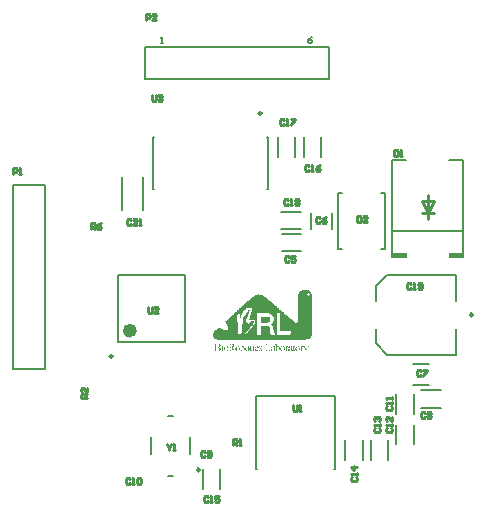
<source format=gto>
G04*
G04 #@! TF.GenerationSoftware,Altium Limited,Altium Designer,22.10.1 (41)*
G04*
G04 Layer_Color=65535*
%FSLAX42Y42*%
%MOMM*%
G71*
G04*
G04 #@! TF.SameCoordinates,D2B3F530-26F6-4905-BC13-EF821CD2D141*
G04*
G04*
G04 #@! TF.FilePolarity,Positive*
G04*
G01*
G75*
%ADD10C,0.60*%
%ADD11C,0.25*%
%ADD12C,0.20*%
%ADD13C,0.15*%
%ADD14C,0.25*%
G36*
X11435Y7832D02*
X11302D01*
Y7878D01*
X11435D01*
Y7832D01*
D02*
G37*
G36*
X10948D02*
X10815D01*
Y7878D01*
X10948D01*
Y7832D01*
D02*
G37*
G36*
X10116Y7554D02*
X10127D01*
Y7548D01*
X10133D01*
Y7542D01*
X10139D01*
Y7531D01*
X10145D01*
Y7174D01*
X10139D01*
Y7162D01*
X10133D01*
Y7156D01*
X10127D01*
Y7150D01*
X10116D01*
Y7145D01*
X10098D01*
Y7139D01*
X9343D01*
Y7145D01*
X9331D01*
Y7150D01*
X9320D01*
Y7156D01*
X9314D01*
Y7168D01*
X9308D01*
Y7197D01*
X9314D01*
Y7209D01*
X9320D01*
Y7215D01*
X9326D01*
Y7221D01*
X9331D01*
Y7226D01*
X9343D01*
Y7232D01*
X9349D01*
Y7238D01*
X9355D01*
Y7244D01*
X9366D01*
Y7238D01*
X9378D01*
Y7232D01*
X9390D01*
Y7226D01*
X9407D01*
Y7221D01*
X9437D01*
Y7226D01*
X9431D01*
Y7256D01*
X9425D01*
Y7273D01*
X9419D01*
Y7291D01*
X9413D01*
Y7297D01*
X9419D01*
Y7303D01*
X9425D01*
Y7308D01*
X9431D01*
Y7314D01*
X9437D01*
Y7320D01*
X9443D01*
Y7326D01*
X9448D01*
Y7332D01*
X9454D01*
Y7338D01*
X9460D01*
Y7344D01*
X9466D01*
Y7349D01*
X9478D01*
Y7355D01*
X9484D01*
Y7361D01*
X9489D01*
Y7367D01*
X9495D01*
Y7373D01*
X9501D01*
Y7379D01*
X9507D01*
Y7384D01*
X9513D01*
Y7390D01*
X9519D01*
Y7396D01*
X9525D01*
Y7402D01*
X9530D01*
Y7408D01*
X9536D01*
Y7414D01*
X9548D01*
Y7420D01*
X9554D01*
Y7425D01*
X9560D01*
Y7431D01*
X9565D01*
Y7437D01*
X9571D01*
Y7443D01*
X9577D01*
Y7449D01*
X9583D01*
Y7455D01*
X9589D01*
Y7461D01*
X9595D01*
Y7466D01*
X9601D01*
Y7472D01*
X9612D01*
Y7478D01*
X9618D01*
Y7484D01*
X9624D01*
Y7490D01*
X9630D01*
Y7496D01*
X9636D01*
Y7502D01*
X9642D01*
Y7507D01*
X9653D01*
Y7513D01*
X9665D01*
Y7519D01*
X9688D01*
Y7525D01*
X9700D01*
Y7519D01*
X9729D01*
Y7513D01*
X9741D01*
Y7507D01*
X9753D01*
Y7502D01*
X9759D01*
Y7496D01*
X9764D01*
Y7490D01*
X9770D01*
Y7484D01*
X9776D01*
Y7478D01*
X9782D01*
Y7472D01*
X9794D01*
Y7466D01*
X9800D01*
Y7461D01*
X9805D01*
Y7455D01*
X9811D01*
Y7449D01*
X9817D01*
Y7443D01*
X9823D01*
Y7437D01*
X9829D01*
Y7431D01*
X9841D01*
Y7425D01*
X9846D01*
Y7420D01*
X9852D01*
Y7414D01*
X9858D01*
Y7408D01*
X9864D01*
Y7402D01*
X9870D01*
Y7396D01*
X9876D01*
Y7390D01*
X9887D01*
Y7384D01*
X9893D01*
Y7379D01*
X9899D01*
Y7373D01*
X9905D01*
Y7367D01*
X9911D01*
Y7361D01*
X9917D01*
Y7355D01*
X9922D01*
Y7349D01*
X9934D01*
Y7344D01*
X9940D01*
Y7338D01*
X9946D01*
Y7332D01*
X9952D01*
Y7326D01*
X9958D01*
Y7320D01*
X9963D01*
Y7314D01*
X9975D01*
Y7308D01*
X9981D01*
Y7303D01*
X9987D01*
Y7297D01*
X9993D01*
Y7291D01*
X9999D01*
Y7285D01*
X10022D01*
Y7291D01*
X10028D01*
Y7525D01*
X10034D01*
Y7537D01*
X10039D01*
Y7548D01*
X10045D01*
Y7554D01*
X10057D01*
Y7560D01*
X10116D01*
Y7554D01*
D02*
G37*
G36*
X9653Y7104D02*
X9647D01*
Y7109D01*
X9653D01*
Y7104D01*
D02*
G37*
G36*
X9390D02*
X9384D01*
Y7109D01*
X9390D01*
Y7104D01*
D02*
G37*
G36*
X10116Y7080D02*
X10110D01*
Y7086D01*
X10116D01*
Y7080D01*
D02*
G37*
G36*
X9958Y7074D02*
X9946D01*
Y7080D01*
X9934D01*
Y7074D01*
Y7068D01*
Y7045D01*
X9922D01*
Y7086D01*
X9946D01*
Y7080D01*
X9952D01*
Y7086D01*
X9958D01*
Y7074D01*
D02*
G37*
G36*
X9893Y7080D02*
X9887D01*
Y7086D01*
X9893D01*
Y7080D01*
D02*
G37*
G36*
X9811D02*
X9805D01*
Y7086D01*
X9811D01*
Y7080D01*
D02*
G37*
G36*
X9723D02*
X9718D01*
Y7086D01*
X9723D01*
Y7080D01*
D02*
G37*
G36*
X9706D02*
X9700D01*
Y7086D01*
X9706D01*
Y7080D01*
D02*
G37*
G36*
X9513D02*
X9507D01*
Y7086D01*
X9513D01*
Y7080D01*
D02*
G37*
G36*
X9413D02*
X9407D01*
Y7086D01*
X9413D01*
Y7080D01*
D02*
G37*
G36*
X9366Y7098D02*
X9372D01*
Y7086D01*
X9366D01*
Y7080D01*
X9361D01*
Y7086D01*
Y7092D01*
Y7098D01*
X9355D01*
Y7104D01*
X9366D01*
Y7098D01*
D02*
G37*
G36*
X9805Y7074D02*
X9800D01*
Y7080D01*
X9805D01*
Y7074D01*
D02*
G37*
G36*
X9688Y7080D02*
X9694D01*
Y7074D01*
X9683D01*
Y7086D01*
X9688D01*
Y7080D01*
D02*
G37*
G36*
X9671Y7074D02*
X9665D01*
Y7080D01*
X9671D01*
Y7074D01*
D02*
G37*
G36*
X10110Y7068D02*
X10104D01*
Y7074D01*
X10110D01*
Y7068D01*
D02*
G37*
G36*
X9811Y7063D02*
X9805D01*
Y7068D01*
X9811D01*
Y7063D01*
D02*
G37*
G36*
X10039Y7080D02*
Y7074D01*
X10045D01*
Y7057D01*
X10039D01*
Y7068D01*
X10034D01*
Y7080D01*
X10028D01*
Y7086D01*
X10039D01*
Y7080D01*
D02*
G37*
G36*
X9530D02*
Y7074D01*
X9536D01*
Y7057D01*
X9530D01*
Y7068D01*
X9525D01*
Y7080D01*
X9519D01*
Y7086D01*
X9530D01*
Y7080D01*
D02*
G37*
G36*
X9911D02*
X9917D01*
Y7068D01*
Y7063D01*
Y7051D01*
X9911D01*
Y7074D01*
X9905D01*
Y7080D01*
X9899D01*
Y7086D01*
X9911D01*
Y7080D01*
D02*
G37*
G36*
X9870Y7051D02*
X9864D01*
Y7057D01*
X9870D01*
Y7051D01*
D02*
G37*
G36*
X9571D02*
X9565D01*
Y7057D01*
X9571D01*
Y7051D01*
D02*
G37*
G36*
X9431Y7080D02*
X9437D01*
Y7057D01*
Y7051D01*
X9431D01*
Y7074D01*
X9425D01*
Y7086D01*
X9431D01*
Y7080D01*
D02*
G37*
G36*
X10086Y7074D02*
X10092D01*
Y7063D01*
X10104D01*
Y7057D01*
X10098D01*
Y7045D01*
X10092D01*
Y7057D01*
X10086D01*
Y7068D01*
X10080D01*
Y7080D01*
X10063D01*
Y7086D01*
X10086D01*
Y7074D01*
D02*
G37*
G36*
X10057Y7080D02*
X10063D01*
Y7074D01*
X10057D01*
Y7051D01*
X10063D01*
Y7045D01*
X10051D01*
Y7086D01*
X10057D01*
Y7080D01*
D02*
G37*
G36*
X10039Y7051D02*
Y7045D01*
X10034D01*
Y7057D01*
X10039D01*
Y7051D01*
D02*
G37*
G36*
X10016Y7068D02*
X10010D01*
Y7063D01*
X10016D01*
Y7051D01*
X10022D01*
Y7045D01*
X10010D01*
Y7051D01*
X10004D01*
Y7074D01*
X10010D01*
Y7080D01*
X10016D01*
Y7068D01*
D02*
G37*
G36*
X9999Y7086D02*
Y7080D01*
X9993D01*
Y7051D01*
X9999D01*
Y7045D01*
X9987D01*
Y7092D01*
X9999D01*
Y7086D01*
D02*
G37*
G36*
X9975Y7051D02*
X9981D01*
Y7045D01*
X9969D01*
Y7086D01*
X9975D01*
Y7051D01*
D02*
G37*
G36*
X9958Y7057D02*
X9952D01*
Y7051D01*
X9963D01*
Y7045D01*
X9946D01*
Y7063D01*
X9958D01*
Y7057D01*
D02*
G37*
G36*
X9911Y7045D02*
X9905D01*
Y7051D01*
X9911D01*
Y7045D01*
D02*
G37*
G36*
X9870Y7080D02*
X9876D01*
Y7074D01*
X9881D01*
Y7080D01*
X9887D01*
Y7051D01*
X9893D01*
Y7045D01*
X9887D01*
Y7051D01*
X9881D01*
Y7057D01*
X9870D01*
Y7068D01*
X9864D01*
Y7080D01*
X9852D01*
Y7086D01*
X9870D01*
Y7080D01*
D02*
G37*
G36*
X9846Y7051D02*
X9852D01*
Y7045D01*
X9841D01*
Y7092D01*
Y7098D01*
X9835D01*
Y7109D01*
X9846D01*
Y7051D01*
D02*
G37*
G36*
X9829D02*
X9835D01*
Y7045D01*
X9823D01*
Y7051D01*
Y7057D01*
Y7068D01*
X9817D01*
Y7074D01*
X9823D01*
Y7080D01*
X9817D01*
Y7086D01*
X9829D01*
Y7051D01*
D02*
G37*
G36*
X9805D02*
X9811D01*
Y7045D01*
X9800D01*
Y7051D01*
X9794D01*
Y7057D01*
X9800D01*
Y7063D01*
X9805D01*
Y7051D01*
D02*
G37*
G36*
X9794Y7045D02*
X9782D01*
Y7051D01*
X9794D01*
Y7045D01*
D02*
G37*
G36*
X9764Y7098D02*
X9759D01*
Y7063D01*
Y7057D01*
Y7051D01*
X9764D01*
Y7045D01*
X9753D01*
Y7104D01*
X9764D01*
Y7098D01*
D02*
G37*
G36*
X9706Y7068D02*
X9718D01*
Y7063D01*
X9723D01*
Y7045D01*
X9718D01*
Y7057D01*
X9712D01*
Y7063D01*
X9706D01*
Y7068D01*
X9700D01*
Y7074D01*
X9706D01*
Y7068D01*
D02*
G37*
G36*
Y7045D02*
X9700D01*
Y7051D01*
X9706D01*
Y7045D01*
D02*
G37*
G36*
X9665Y7063D02*
X9671D01*
Y7051D01*
X9688D01*
Y7045D01*
X9665D01*
Y7057D01*
X9659D01*
Y7074D01*
X9665D01*
Y7063D01*
D02*
G37*
G36*
X9653Y7080D02*
Y7045D01*
X9647D01*
Y7080D01*
X9642D01*
Y7086D01*
X9653D01*
Y7080D01*
D02*
G37*
G36*
X9630Y7051D02*
X9636D01*
Y7045D01*
X9624D01*
Y7080D01*
X9618D01*
Y7086D01*
X9624D01*
Y7092D01*
X9630D01*
Y7051D01*
D02*
G37*
G36*
X9612Y7074D02*
X9618D01*
Y7068D01*
Y7057D01*
X9612D01*
Y7045D01*
X9606D01*
Y7080D01*
X9601D01*
Y7086D01*
X9612D01*
Y7074D01*
D02*
G37*
G36*
X9571D02*
X9583D01*
Y7080D01*
X9589D01*
Y7051D01*
X9595D01*
Y7045D01*
X9583D01*
Y7057D01*
X9571D01*
Y7068D01*
X9565D01*
Y7080D01*
X9554D01*
Y7086D01*
X9571D01*
Y7074D01*
D02*
G37*
G36*
X9548Y7051D02*
X9554D01*
Y7045D01*
X9542D01*
Y7109D01*
X9548D01*
Y7051D01*
D02*
G37*
G36*
X9530Y7045D02*
X9525D01*
Y7051D01*
Y7057D01*
X9530D01*
Y7045D01*
D02*
G37*
G36*
X9507Y7051D02*
X9513D01*
Y7045D01*
X9501D01*
Y7057D01*
X9495D01*
Y7074D01*
X9501D01*
Y7080D01*
X9507D01*
Y7051D01*
D02*
G37*
G36*
X9484Y7092D02*
Y7086D01*
Y7080D01*
X9478D01*
Y7074D01*
X9472D01*
Y7068D01*
X9478D01*
Y7063D01*
X9484D01*
Y7051D01*
X9489D01*
Y7045D01*
X9484D01*
Y7051D01*
X9478D01*
Y7057D01*
X9472D01*
Y7063D01*
X9466D01*
Y7080D01*
X9472D01*
Y7086D01*
X9478D01*
Y7098D01*
X9472D01*
Y7104D01*
X9484D01*
Y7092D01*
D02*
G37*
G36*
X9460Y7098D02*
X9454D01*
Y7080D01*
X9460D01*
Y7074D01*
X9454D01*
Y7051D01*
X9460D01*
Y7045D01*
X9448D01*
Y7051D01*
Y7057D01*
Y7104D01*
X9460D01*
Y7098D01*
D02*
G37*
G36*
X9431Y7045D02*
X9425D01*
Y7051D01*
X9431D01*
Y7045D01*
D02*
G37*
G36*
X9407Y7074D02*
Y7051D01*
X9413D01*
Y7045D01*
X9407D01*
Y7051D01*
X9402D01*
Y7080D01*
X9407D01*
Y7074D01*
D02*
G37*
G36*
X9390Y7057D02*
Y7051D01*
Y7045D01*
X9384D01*
Y7086D01*
X9390D01*
Y7057D01*
D02*
G37*
G36*
X9361Y7074D02*
X9366D01*
Y7068D01*
X9372D01*
Y7051D01*
X9366D01*
Y7045D01*
X9355D01*
Y7051D01*
X9361D01*
Y7068D01*
X9355D01*
Y7074D01*
X9349D01*
Y7080D01*
X9361D01*
Y7074D01*
D02*
G37*
G36*
X9337Y7045D02*
X9326D01*
Y7074D01*
Y7080D01*
Y7104D01*
X9337D01*
Y7045D01*
D02*
G37*
G36*
X10092Y7028D02*
X10075D01*
Y7033D01*
X10092D01*
Y7028D01*
D02*
G37*
%LPC*%
G36*
X10121Y7537D02*
X10110D01*
Y7531D01*
X10104D01*
Y7519D01*
X10110D01*
Y7513D01*
X10121D01*
Y7519D01*
X10127D01*
Y7531D01*
X10121D01*
Y7537D01*
D02*
G37*
G36*
X9630Y7414D02*
X9601D01*
Y7408D01*
X9589D01*
Y7402D01*
X9583D01*
Y7396D01*
X9577D01*
Y7390D01*
X9571D01*
Y7384D01*
X9565D01*
Y7379D01*
X9560D01*
Y7367D01*
X9554D01*
Y7355D01*
X9548D01*
Y7344D01*
X9542D01*
Y7326D01*
X9536D01*
Y7361D01*
X9530D01*
Y7367D01*
X9525D01*
Y7361D01*
X9519D01*
Y7349D01*
X9513D01*
Y7291D01*
X9519D01*
Y7191D01*
X9548D01*
Y7197D01*
X9554D01*
Y7279D01*
X9560D01*
Y7303D01*
Y7308D01*
Y7314D01*
X9565D01*
Y7332D01*
X9571D01*
Y7344D01*
X9577D01*
Y7349D01*
X9583D01*
Y7361D01*
X9589D01*
Y7367D01*
X9595D01*
Y7379D01*
X9601D01*
Y7384D01*
X9606D01*
Y7390D01*
X9618D01*
Y7384D01*
X9612D01*
Y7361D01*
X9606D01*
Y7344D01*
X9601D01*
Y7332D01*
X9595D01*
Y7314D01*
X9589D01*
Y7303D01*
X9583D01*
Y7291D01*
X9595D01*
Y7285D01*
X9606D01*
Y7279D01*
X9612D01*
Y7285D01*
X9618D01*
Y7291D01*
X9630D01*
Y7297D01*
X9653D01*
Y7285D01*
X9647D01*
Y7279D01*
X9642D01*
Y7262D01*
X9636D01*
Y7256D01*
X9630D01*
Y7250D01*
X9624D01*
Y7238D01*
X9618D01*
Y7232D01*
X9612D01*
Y7226D01*
X9606D01*
Y7221D01*
X9601D01*
Y7215D01*
X9595D01*
Y7209D01*
X9589D01*
Y7203D01*
X9583D01*
Y7197D01*
X9577D01*
Y7191D01*
X9589D01*
Y7197D01*
X9595D01*
Y7203D01*
X9601D01*
Y7209D01*
X9606D01*
Y7215D01*
X9612D01*
Y7221D01*
X9618D01*
Y7226D01*
X9624D01*
Y7232D01*
X9630D01*
Y7238D01*
X9636D01*
Y7250D01*
X9642D01*
Y7256D01*
X9647D01*
Y7267D01*
X9653D01*
Y7273D01*
X9659D01*
Y7285D01*
X9665D01*
Y7303D01*
X9659D01*
Y7308D01*
X9612D01*
Y7320D01*
X9618D01*
Y7332D01*
X9624D01*
Y7349D01*
X9630D01*
Y7373D01*
X9636D01*
Y7408D01*
X9630D01*
Y7414D01*
D02*
G37*
G36*
X9876Y7367D02*
X9846D01*
Y7186D01*
X9963D01*
Y7191D01*
X9969D01*
Y7197D01*
X9963D01*
Y7203D01*
X9969D01*
Y7215D01*
X9876D01*
Y7367D01*
D02*
G37*
G36*
X9782D02*
X9683D01*
Y7186D01*
X9712D01*
Y7262D01*
X9770D01*
Y7256D01*
X9782D01*
Y7250D01*
X9788D01*
Y7226D01*
X9794D01*
Y7191D01*
X9800D01*
Y7186D01*
X9829D01*
Y7197D01*
X9823D01*
Y7226D01*
X9817D01*
Y7262D01*
X9811D01*
Y7267D01*
X9800D01*
Y7279D01*
X9811D01*
Y7285D01*
X9817D01*
Y7297D01*
X9823D01*
Y7338D01*
X9817D01*
Y7344D01*
X9811D01*
Y7355D01*
X9800D01*
Y7361D01*
X9782D01*
Y7367D01*
D02*
G37*
%LPD*%
G36*
Y7332D02*
X9788D01*
Y7320D01*
X9794D01*
Y7303D01*
X9788D01*
Y7291D01*
X9776D01*
Y7285D01*
X9712D01*
Y7338D01*
X9782D01*
Y7332D01*
D02*
G37*
D10*
X8633Y7219D02*
G03*
X8633Y7219I-30J0D01*
G01*
D11*
X8458Y7002D02*
G03*
X8458Y7002I-12J0D01*
G01*
X9196Y6040D02*
G03*
X9196Y6040I-12J0D01*
G01*
X11506Y7353D02*
G03*
X11506Y7353I-12J0D01*
G01*
X9719Y9059D02*
G03*
X9719Y9059I-12J0D01*
G01*
D12*
X8714Y8239D02*
Y8520D01*
X8533Y8239D02*
Y8520D01*
X9073Y7119D02*
Y7689D01*
X8503Y7119D02*
Y7689D01*
X9073D01*
X8503Y7119D02*
X9073D01*
X10221Y8689D02*
Y8856D01*
X10074Y8689D02*
Y8856D01*
X8782Y6173D02*
Y6318D01*
X8924Y6500D02*
X8969D01*
X9111Y6173D02*
Y6318D01*
X8924Y5990D02*
X8969D01*
X9223Y5882D02*
Y6050D01*
X9370Y5882D02*
Y6050D01*
X11000Y6935D02*
X11139D01*
X11000Y6755D02*
X11139D01*
X11070Y6568D02*
X11237D01*
X11070Y6716D02*
X11237D01*
X10861Y6517D02*
Y6685D01*
X11008Y6517D02*
Y6685D01*
X10861Y6257D02*
Y6424D01*
X11008Y6257D02*
Y6424D01*
X10645Y6127D02*
Y6294D01*
X10792Y6127D02*
Y6294D01*
X10429Y6127D02*
Y6294D01*
X10577Y6127D02*
Y6294D01*
X10335Y6045D02*
X10344D01*
X9671D02*
X9680D01*
X9671D02*
Y6667D01*
X10344D01*
Y6045D02*
Y6667D01*
X11364Y7471D02*
Y7693D01*
Y7013D02*
Y7236D01*
X10684Y7113D02*
X10784Y7013D01*
X10684Y7593D02*
X10784Y7693D01*
X11364D01*
X10684Y7473D02*
Y7593D01*
Y7113D02*
Y7233D01*
X10784Y7013D02*
X11364D01*
X9886Y8227D02*
X10053D01*
X9886Y8080D02*
X10053D01*
X9889Y8037D02*
X10056D01*
X9889Y7889D02*
X10056D01*
X10133Y8076D02*
Y8216D01*
X10314Y8076D02*
Y8216D01*
X10731Y8387D02*
X10766D01*
X10731Y7907D02*
X10766D01*
X10366Y8387D02*
X10401D01*
X10366Y7907D02*
X10401D01*
X10766D02*
Y8387D01*
X10366Y7907D02*
Y8387D01*
X9769Y8416D02*
Y8856D01*
X8799Y8416D02*
X8805D01*
X9763D02*
X9769D01*
X8799D02*
Y8856D01*
X8805D01*
X9763D02*
X9769D01*
X10005Y8689D02*
Y8856D01*
X9858Y8689D02*
Y8856D01*
X10289Y9352D02*
Y9621D01*
X8735D02*
X10289D01*
X8735Y9352D02*
Y9621D01*
Y9352D02*
X10289D01*
X7612Y6894D02*
X7882D01*
Y8448D01*
X7612D02*
X7882D01*
X7612Y6894D02*
Y8448D01*
D13*
X11308Y8666D02*
X11428D01*
X10823D02*
X10943D01*
X11428Y7870D02*
Y8666D01*
X10823Y7870D02*
Y8666D01*
Y8061D02*
X11428D01*
X10143Y9708D02*
X10126Y9699D01*
X10109Y9682D01*
Y9665D01*
X10118Y9657D01*
X10135D01*
X10143Y9665D01*
Y9674D01*
X10135Y9682D01*
X10109D01*
X8865Y9657D02*
X8882D01*
X8874D01*
Y9708D01*
X8865Y9699D01*
D14*
X11125Y8166D02*
Y8370D01*
X11074Y8217D02*
X11176D01*
X11125D02*
X11176D01*
X11074Y8319D02*
X11125Y8217D01*
X11074Y8319D02*
X11176D01*
X11125Y8217D02*
X11176Y8319D01*
X8611Y8158D02*
X8602Y8166D01*
X8585D01*
X8577Y8158D01*
Y8124D01*
X8585Y8115D01*
X8602D01*
X8611Y8124D01*
X8661Y8115D02*
X8628D01*
X8661Y8149D01*
Y8158D01*
X8653Y8166D01*
X8636D01*
X8628Y8158D01*
X8678Y8115D02*
X8695D01*
X8687D01*
Y8166D01*
X8678Y8158D01*
X8759Y7417D02*
Y7374D01*
X8767Y7366D01*
X8784D01*
X8793Y7374D01*
Y7417D01*
X8843Y7366D02*
X8810D01*
X8843Y7400D01*
Y7408D01*
X8835Y7417D01*
X8818D01*
X8810Y7408D01*
X8918Y6261D02*
Y6253D01*
X8935Y6236D01*
X8952Y6253D01*
Y6261D01*
X8935Y6236D02*
Y6210D01*
X8969D02*
X8986D01*
X8978D01*
Y6261D01*
X8969Y6253D01*
X8788Y9210D02*
Y9168D01*
X8797Y9159D01*
X8814D01*
X8822Y9168D01*
Y9210D01*
X8839Y9202D02*
X8848Y9210D01*
X8865D01*
X8873Y9202D01*
Y9193D01*
X8865Y9185D01*
X8856D01*
X8865D01*
X8873Y9176D01*
Y9168D01*
X8865Y9159D01*
X8848D01*
X8839Y9168D01*
X9986Y6591D02*
Y6549D01*
X9995Y6541D01*
X10012D01*
X10020Y6549D01*
Y6591D01*
X10037Y6541D02*
X10054D01*
X10046D01*
Y6591D01*
X10037Y6583D01*
X8276Y8077D02*
Y8128D01*
X8302D01*
X8310Y8120D01*
Y8103D01*
X8302Y8094D01*
X8276D01*
X8293D02*
X8310Y8077D01*
X8361Y8128D02*
X8344Y8120D01*
X8327Y8103D01*
Y8086D01*
X8335Y8077D01*
X8352D01*
X8361Y8086D01*
Y8094D01*
X8352Y8103D01*
X8327D01*
X8242Y6651D02*
X8192D01*
Y6676D01*
X8200Y6684D01*
X8217D01*
X8225Y6676D01*
Y6651D01*
Y6668D02*
X8242Y6684D01*
Y6735D02*
Y6701D01*
X8208Y6735D01*
X8200D01*
X8192Y6727D01*
Y6710D01*
X8200Y6701D01*
X9478Y6248D02*
Y6299D01*
X9504D01*
X9512Y6291D01*
Y6274D01*
X9504Y6265D01*
X9478D01*
X9495D02*
X9512Y6248D01*
X9529D02*
X9546D01*
X9538D01*
Y6299D01*
X9529Y6291D01*
X8738Y9850D02*
Y9901D01*
X8763D01*
X8771Y9892D01*
Y9876D01*
X8763Y9867D01*
X8738D01*
X8822Y9850D02*
X8788D01*
X8822Y9884D01*
Y9892D01*
X8814Y9901D01*
X8797D01*
X8788Y9892D01*
X7615Y8547D02*
Y8598D01*
X7640D01*
X7649Y8589D01*
Y8572D01*
X7640Y8564D01*
X7615D01*
X7666Y8547D02*
X7683D01*
X7674D01*
Y8598D01*
X7666Y8589D01*
X10524Y8191D02*
Y8141D01*
X10549D01*
X10558Y8149D01*
Y8183D01*
X10549Y8191D01*
X10524D01*
X10609Y8141D02*
X10575D01*
X10609Y8175D01*
Y8183D01*
X10600Y8191D01*
X10583D01*
X10575Y8183D01*
X10837Y8750D02*
Y8700D01*
X10863D01*
X10871Y8708D01*
Y8742D01*
X10863Y8750D01*
X10837D01*
X10888Y8700D02*
X10905D01*
X10897D01*
Y8750D01*
X10888Y8742D01*
X10981Y7612D02*
X10973Y7620D01*
X10956D01*
X10947Y7612D01*
Y7578D01*
X10956Y7569D01*
X10973D01*
X10981Y7578D01*
X10998Y7569D02*
X11015D01*
X11007D01*
Y7620D01*
X10998Y7612D01*
X11041Y7578D02*
X11049Y7569D01*
X11066D01*
X11074Y7578D01*
Y7612D01*
X11066Y7620D01*
X11049D01*
X11041Y7612D01*
Y7603D01*
X11049Y7595D01*
X11074D01*
X9940Y8323D02*
X9931Y8331D01*
X9914D01*
X9906Y8323D01*
Y8289D01*
X9914Y8280D01*
X9931D01*
X9940Y8289D01*
X9957Y8280D02*
X9974D01*
X9965D01*
Y8331D01*
X9957Y8323D01*
X9999D02*
X10008Y8331D01*
X10025D01*
X10033Y8323D01*
Y8314D01*
X10025Y8306D01*
X10033Y8297D01*
Y8289D01*
X10025Y8280D01*
X10008D01*
X9999Y8289D01*
Y8297D01*
X10008Y8306D01*
X9999Y8314D01*
Y8323D01*
X10008Y8306D02*
X10025D01*
X9907Y9006D02*
X9898Y9014D01*
X9881D01*
X9873Y9006D01*
Y8972D01*
X9881Y8964D01*
X9898D01*
X9907Y8972D01*
X9924Y8964D02*
X9941D01*
X9932D01*
Y9014D01*
X9924Y9006D01*
X9966Y9014D02*
X10000D01*
Y9006D01*
X9966Y8972D01*
Y8964D01*
X10118Y8615D02*
X10109Y8623D01*
X10092D01*
X10084Y8615D01*
Y8581D01*
X10092Y8573D01*
X10109D01*
X10118Y8581D01*
X10135Y8573D02*
X10152D01*
X10143D01*
Y8623D01*
X10135Y8615D01*
X10211Y8623D02*
X10194Y8615D01*
X10177Y8598D01*
Y8581D01*
X10185Y8573D01*
X10202D01*
X10211Y8581D01*
Y8589D01*
X10202Y8598D01*
X10177D01*
X9267Y5808D02*
X9258Y5817D01*
X9241D01*
X9233Y5808D01*
Y5774D01*
X9241Y5766D01*
X9258D01*
X9267Y5774D01*
X9284Y5766D02*
X9301D01*
X9292D01*
Y5817D01*
X9284Y5808D01*
X9360Y5817D02*
X9326D01*
Y5791D01*
X9343Y5800D01*
X9351D01*
X9360Y5791D01*
Y5774D01*
X9351Y5766D01*
X9334D01*
X9326Y5774D01*
X10486Y5977D02*
X10478Y5969D01*
Y5952D01*
X10486Y5944D01*
X10520D01*
X10528Y5952D01*
Y5969D01*
X10520Y5977D01*
X10528Y5994D02*
Y6011D01*
Y6003D01*
X10478D01*
X10486Y5994D01*
X10528Y6062D02*
X10478D01*
X10503Y6037D01*
Y6071D01*
X10676Y6397D02*
X10668Y6388D01*
Y6371D01*
X10676Y6363D01*
X10710D01*
X10719Y6371D01*
Y6388D01*
X10710Y6397D01*
X10719Y6414D02*
Y6430D01*
Y6422D01*
X10668D01*
X10676Y6414D01*
Y6456D02*
X10668Y6464D01*
Y6481D01*
X10676Y6490D01*
X10685D01*
X10693Y6481D01*
Y6473D01*
Y6481D01*
X10702Y6490D01*
X10710D01*
X10719Y6481D01*
Y6464D01*
X10710Y6456D01*
X10778Y6397D02*
X10770Y6388D01*
Y6371D01*
X10778Y6363D01*
X10812D01*
X10820Y6371D01*
Y6388D01*
X10812Y6397D01*
X10820Y6414D02*
Y6430D01*
Y6422D01*
X10770D01*
X10778Y6414D01*
X10820Y6490D02*
Y6456D01*
X10787Y6490D01*
X10778D01*
X10770Y6481D01*
Y6464D01*
X10778Y6456D01*
X10778Y6583D02*
X10770Y6574D01*
Y6557D01*
X10778Y6549D01*
X10812D01*
X10820Y6557D01*
Y6574D01*
X10812Y6583D01*
X10820Y6600D02*
Y6617D01*
Y6608D01*
X10770D01*
X10778Y6600D01*
X10820Y6642D02*
Y6659D01*
Y6651D01*
X10770D01*
X10778Y6642D01*
X8606Y5960D02*
X8598Y5968D01*
X8581D01*
X8573Y5960D01*
Y5926D01*
X8581Y5917D01*
X8598D01*
X8606Y5926D01*
X8623Y5917D02*
X8640D01*
X8632D01*
Y5968D01*
X8623Y5960D01*
X8666D02*
X8674Y5968D01*
X8691D01*
X8699Y5960D01*
Y5926D01*
X8691Y5917D01*
X8674D01*
X8666Y5926D01*
Y5960D01*
X9237Y6188D02*
X9229Y6197D01*
X9212D01*
X9203Y6188D01*
Y6154D01*
X9212Y6146D01*
X9229D01*
X9237Y6154D01*
X9254D02*
X9263Y6146D01*
X9279D01*
X9288Y6154D01*
Y6188D01*
X9279Y6197D01*
X9263D01*
X9254Y6188D01*
Y6180D01*
X9263Y6171D01*
X9288D01*
X11104Y6519D02*
X11096Y6528D01*
X11079D01*
X11070Y6519D01*
Y6485D01*
X11079Y6477D01*
X11096D01*
X11104Y6485D01*
X11121Y6519D02*
X11129Y6528D01*
X11146D01*
X11155Y6519D01*
Y6511D01*
X11146Y6502D01*
X11155Y6494D01*
Y6485D01*
X11146Y6477D01*
X11129D01*
X11121Y6485D01*
Y6494D01*
X11129Y6502D01*
X11121Y6511D01*
Y6519D01*
X11129Y6502D02*
X11146D01*
X11066Y6875D02*
X11057Y6883D01*
X11041D01*
X11032Y6875D01*
Y6841D01*
X11041Y6833D01*
X11057D01*
X11066Y6841D01*
X11083Y6883D02*
X11117D01*
Y6875D01*
X11083Y6841D01*
Y6833D01*
X10215Y8170D02*
X10207Y8179D01*
X10190D01*
X10181Y8170D01*
Y8136D01*
X10190Y8128D01*
X10207D01*
X10215Y8136D01*
X10266Y8179D02*
X10249Y8170D01*
X10232Y8153D01*
Y8136D01*
X10240Y8128D01*
X10257D01*
X10266Y8136D01*
Y8145D01*
X10257Y8153D01*
X10232D01*
X9948Y7840D02*
X9940Y7849D01*
X9923D01*
X9914Y7840D01*
Y7806D01*
X9923Y7798D01*
X9940D01*
X9948Y7806D01*
X9999Y7849D02*
X9965D01*
Y7823D01*
X9982Y7832D01*
X9991D01*
X9999Y7823D01*
Y7806D01*
X9991Y7798D01*
X9974D01*
X9965Y7806D01*
M02*

</source>
